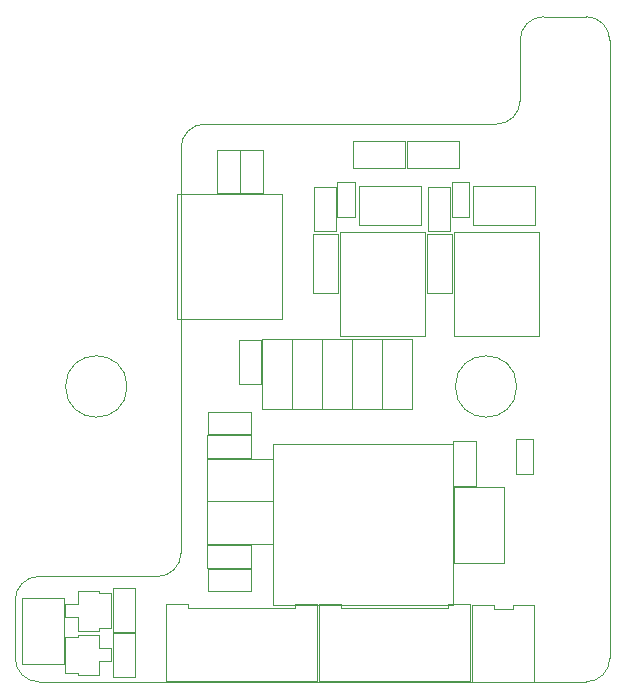
<source format=gbr>
G04 #@! TF.GenerationSoftware,KiCad,Pcbnew,9.0.3*
G04 #@! TF.CreationDate,2026-01-28T23:02:46+01:00*
G04 #@! TF.ProjectId,CM5IO_top,434d3549-4f5f-4746-9f70-2e6b69636164,rev?*
G04 #@! TF.SameCoordinates,Original*
G04 #@! TF.FileFunction,Other,User*
%FSLAX46Y46*%
G04 Gerber Fmt 4.6, Leading zero omitted, Abs format (unit mm)*
G04 Created by KiCad (PCBNEW 9.0.3) date 2026-01-28 23:02:46*
%MOMM*%
%LPD*%
G01*
G04 APERTURE LIST*
%ADD10C,0.050000*%
%ADD11C,0.100000*%
G04 #@! TA.AperFunction,Profile*
%ADD12C,0.050000*%
G04 #@! TD*
G04 APERTURE END LIST*
D10*
X178249400Y-105190200D02*
X169309400Y-105190200D01*
X169309400Y-115830200D01*
X178249400Y-115830200D01*
X178249400Y-105190200D01*
X192773400Y-129973200D02*
X192773400Y-136473200D01*
X192773400Y-136473200D02*
X196983400Y-136473200D01*
X196983400Y-129973200D02*
X192773400Y-129973200D01*
X196983400Y-136473200D02*
X196983400Y-129973200D01*
X163909500Y-138578500D02*
X165809500Y-138578500D01*
X163909500Y-142278500D02*
X163909500Y-138578500D01*
X165809500Y-138578500D02*
X165809500Y-142278500D01*
X165809500Y-142278500D02*
X163909500Y-142278500D01*
X163909500Y-142380300D02*
X165809500Y-142380300D01*
X163909500Y-146080300D02*
X163909500Y-142380300D01*
X165809500Y-142380300D02*
X165809500Y-146080300D01*
X165809500Y-146080300D02*
X163909500Y-146080300D01*
D11*
X177485400Y-126378200D02*
X192685400Y-126378200D01*
X177485400Y-140018200D02*
X177485400Y-126378200D01*
X192685400Y-126378200D02*
X192685400Y-140018200D01*
X192685400Y-140018200D02*
X177485400Y-140018200D01*
D10*
X181637400Y-123448200D02*
X181637400Y-117468200D01*
X181637400Y-123448200D02*
X184157400Y-123448200D01*
X184157400Y-117468200D02*
X181637400Y-117468200D01*
X184157400Y-117468200D02*
X184157400Y-123448200D01*
X180935400Y-104612200D02*
X182835400Y-104612200D01*
X180935400Y-108312200D02*
X180935400Y-104612200D01*
X182835400Y-104612200D02*
X182835400Y-108312200D01*
X182835400Y-108312200D02*
X180935400Y-108312200D01*
X192585400Y-104153400D02*
X194045400Y-104153400D01*
X192585400Y-107113400D02*
X192585400Y-104153400D01*
X194045400Y-104153400D02*
X194045400Y-107113400D01*
X194045400Y-107113400D02*
X192585400Y-107113400D01*
X159881500Y-142730300D02*
X160911500Y-142730300D01*
X159881500Y-145730300D02*
X159881500Y-142730300D01*
X160911500Y-142530300D02*
X162711500Y-142530300D01*
X160911500Y-142730300D02*
X160911500Y-142530300D01*
X160911500Y-145730300D02*
X159881500Y-145730300D01*
X160911500Y-145930300D02*
X160911500Y-145730300D01*
X162711500Y-142530300D02*
X162711500Y-143680300D01*
X162711500Y-143680300D02*
X163741500Y-143680300D01*
X162711500Y-144780300D02*
X162711500Y-145930300D01*
X162711500Y-145930300D02*
X160911500Y-145930300D01*
X163741500Y-143680300D02*
X163741500Y-144780300D01*
X163741500Y-144780300D02*
X162711500Y-144780300D01*
X172742600Y-101446600D02*
X174642600Y-101446600D01*
X172742600Y-105146600D02*
X172742600Y-101446600D01*
X174642600Y-101446600D02*
X174642600Y-105146600D01*
X174642600Y-105146600D02*
X172742600Y-105146600D01*
X194346400Y-140026200D02*
X194346400Y-146526200D01*
X194346400Y-146526200D02*
X196976400Y-146526200D01*
X196186400Y-140026200D02*
X194346400Y-140026200D01*
X196186400Y-140326200D02*
X196186400Y-140026200D01*
X196966400Y-140326200D02*
X197756400Y-140326200D01*
X196976400Y-140326200D02*
X196186400Y-140326200D01*
X197756400Y-140026200D02*
X199596400Y-140026200D01*
X197756400Y-140326200D02*
X197756400Y-140026200D01*
X199596400Y-140026200D02*
X199596400Y-146526200D01*
X199596400Y-146526200D02*
X196966400Y-146526200D01*
X171930900Y-123633200D02*
X175630900Y-123633200D01*
X171930900Y-125533200D02*
X171930900Y-123633200D01*
X175630900Y-123633200D02*
X175630900Y-125533200D01*
X175630900Y-125533200D02*
X171930900Y-125533200D01*
X159881500Y-139928500D02*
X160911500Y-139928500D01*
X159881500Y-141028500D02*
X159881500Y-139928500D01*
X160911500Y-138778500D02*
X162711500Y-138778500D01*
X160911500Y-139928500D02*
X160911500Y-138778500D01*
X160911500Y-141028500D02*
X159881500Y-141028500D01*
X160911500Y-142178500D02*
X160911500Y-141028500D01*
X162711500Y-138778500D02*
X162711500Y-138978500D01*
X162711500Y-138978500D02*
X163741500Y-138978500D01*
X162711500Y-141978500D02*
X162711500Y-142178500D01*
X162711500Y-142178500D02*
X160911500Y-142178500D01*
X163741500Y-138978500D02*
X163741500Y-141978500D01*
X163741500Y-141978500D02*
X162711500Y-141978500D01*
X184243400Y-100724200D02*
X188643400Y-100724200D01*
X184243400Y-103024200D02*
X184243400Y-100724200D01*
X188643400Y-103024200D02*
X184243400Y-103024200D01*
X188643400Y-103024200D02*
X188643400Y-100724200D01*
X180835400Y-108596200D02*
X182935400Y-108596200D01*
X180835400Y-113576200D02*
X180835400Y-108596200D01*
X182935400Y-108596200D02*
X182935400Y-113576200D01*
X182935400Y-113576200D02*
X180835400Y-113576200D01*
X171930900Y-136941400D02*
X175630900Y-136941400D01*
X171930900Y-138841400D02*
X171930900Y-136941400D01*
X175630900Y-136941400D02*
X175630900Y-138841400D01*
X175630900Y-138841400D02*
X171930900Y-138841400D01*
X168441400Y-139948200D02*
X168441400Y-146448200D01*
X168441400Y-146448200D02*
X174821400Y-146448200D01*
X170281400Y-139948200D02*
X168441400Y-139948200D01*
X170281400Y-140248200D02*
X170281400Y-139948200D01*
X174811400Y-140248200D02*
X179351400Y-140248200D01*
X174821400Y-140248200D02*
X170281400Y-140248200D01*
X179351400Y-139948200D02*
X181191400Y-139948200D01*
X179351400Y-140248200D02*
X179351400Y-139948200D01*
X181191400Y-139948200D02*
X181191400Y-146448200D01*
X181191400Y-146448200D02*
X174811400Y-146448200D01*
X192702400Y-126156200D02*
X194662400Y-126156200D01*
X192702400Y-129916200D02*
X192702400Y-126156200D01*
X194662400Y-126156200D02*
X194662400Y-129916200D01*
X194662400Y-129916200D02*
X192702400Y-129916200D01*
X198032400Y-125972100D02*
X199492400Y-125972100D01*
X198032400Y-128932100D02*
X198032400Y-125972100D01*
X199492400Y-125972100D02*
X199492400Y-128932100D01*
X199492400Y-128932100D02*
X198032400Y-128932100D01*
X184743900Y-104542200D02*
X190023900Y-104542200D01*
X184743900Y-107842200D02*
X184743900Y-104542200D01*
X190023900Y-104542200D02*
X190023900Y-107842200D01*
X190023900Y-107842200D02*
X184743900Y-107842200D01*
X194395900Y-104542200D02*
X199675900Y-104542200D01*
X194395900Y-107842200D02*
X194395900Y-104542200D01*
X199675900Y-104542200D02*
X199675900Y-107842200D01*
X199675900Y-107842200D02*
X194395900Y-107842200D01*
X171832400Y-131216000D02*
X177432400Y-131216000D01*
X171832400Y-134816000D02*
X171832400Y-131216000D01*
X177432400Y-131216000D02*
X177432400Y-134816000D01*
X177432400Y-134816000D02*
X171832400Y-134816000D01*
X183111400Y-108396200D02*
X183111400Y-117196200D01*
X183111400Y-117196200D02*
X190311400Y-117196200D01*
X190311400Y-108396200D02*
X183111400Y-108396200D01*
X190311400Y-117196200D02*
X190311400Y-108396200D01*
X184177400Y-123448200D02*
X184177400Y-117468200D01*
X184177400Y-123448200D02*
X186697400Y-123448200D01*
X186697400Y-117468200D02*
X184177400Y-117468200D01*
X186697400Y-117468200D02*
X186697400Y-123448200D01*
X174571400Y-117598200D02*
X176471400Y-117598200D01*
X174571400Y-121298200D02*
X174571400Y-117598200D01*
X176471400Y-117598200D02*
X176471400Y-121298200D01*
X176471400Y-121298200D02*
X174571400Y-121298200D01*
X186717400Y-123448200D02*
X186717400Y-117468200D01*
X186717400Y-123448200D02*
X189237400Y-123448200D01*
X189237400Y-117468200D02*
X186717400Y-117468200D01*
X189237400Y-117468200D02*
X189237400Y-123448200D01*
X171863400Y-125584400D02*
X175623400Y-125584400D01*
X171863400Y-127544400D02*
X171863400Y-125584400D01*
X175623400Y-125584400D02*
X175623400Y-127544400D01*
X175623400Y-127544400D02*
X171863400Y-127544400D01*
X188815400Y-100724200D02*
X188815400Y-103024200D01*
X188815400Y-100724200D02*
X193215400Y-100724200D01*
X193215400Y-100724200D02*
X193215400Y-103024200D01*
X193215400Y-103024200D02*
X188815400Y-103024200D01*
X171832400Y-127609200D02*
X177432400Y-127609200D01*
X171832400Y-131209200D02*
X171832400Y-127609200D01*
X177432400Y-127609200D02*
X177432400Y-131209200D01*
X177432400Y-131209200D02*
X171832400Y-131209200D01*
X190487400Y-108596200D02*
X192587400Y-108596200D01*
X190487400Y-113576200D02*
X190487400Y-108596200D01*
X192587400Y-108596200D02*
X192587400Y-113576200D01*
X192587400Y-113576200D02*
X190487400Y-113576200D01*
X174673000Y-101446600D02*
X176573000Y-101446600D01*
X174673000Y-105146600D02*
X174673000Y-101446600D01*
X176573000Y-101446600D02*
X176573000Y-105146600D01*
X176573000Y-105146600D02*
X174673000Y-105146600D01*
X192763400Y-108396200D02*
X192763400Y-117196200D01*
X192763400Y-117196200D02*
X199963400Y-117196200D01*
X199963400Y-108396200D02*
X192763400Y-108396200D01*
X199963400Y-117196200D02*
X199963400Y-108396200D01*
X182919400Y-104153400D02*
X184379400Y-104153400D01*
X182919400Y-107113400D02*
X182919400Y-104153400D01*
X184379400Y-104153400D02*
X184379400Y-107113400D01*
X184379400Y-107113400D02*
X182919400Y-107113400D01*
X176557400Y-123448200D02*
X176557400Y-117468200D01*
X176557400Y-123448200D02*
X179077400Y-123448200D01*
X179077400Y-117468200D02*
X176557400Y-117468200D01*
X179077400Y-117468200D02*
X179077400Y-123448200D01*
X190587400Y-104596200D02*
X192487400Y-104596200D01*
X190587400Y-108296200D02*
X190587400Y-104596200D01*
X192487400Y-104596200D02*
X192487400Y-108296200D01*
X192487400Y-108296200D02*
X190587400Y-108296200D01*
X165100000Y-121500000D02*
G75*
G02*
X159900000Y-121500000I-2600000J0D01*
G01*
X159900000Y-121500000D02*
G75*
G02*
X165100000Y-121500000I2600000J0D01*
G01*
X156176100Y-139380300D02*
X159776100Y-139380300D01*
X156176100Y-144980300D02*
X156176100Y-139380300D01*
X159776100Y-139380300D02*
X159776100Y-144980300D01*
X159776100Y-144980300D02*
X156176100Y-144980300D01*
X198100000Y-121500000D02*
G75*
G02*
X192900000Y-121500000I-2600000J0D01*
G01*
X192900000Y-121500000D02*
G75*
G02*
X198100000Y-121500000I2600000J0D01*
G01*
X179097400Y-123448200D02*
X179097400Y-117468200D01*
X179097400Y-123448200D02*
X181617400Y-123448200D01*
X181617400Y-117468200D02*
X179097400Y-117468200D01*
X181617400Y-117468200D02*
X181617400Y-123448200D01*
X181395400Y-139948200D02*
X181395400Y-146448200D01*
X181395400Y-146448200D02*
X187775400Y-146448200D01*
X183235400Y-139948200D02*
X181395400Y-139948200D01*
X183235400Y-140248200D02*
X183235400Y-139948200D01*
X187765400Y-140248200D02*
X192305400Y-140248200D01*
X187775400Y-140248200D02*
X183235400Y-140248200D01*
X192305400Y-139948200D02*
X194145400Y-139948200D01*
X192305400Y-140248200D02*
X192305400Y-139948200D01*
X194145400Y-139948200D02*
X194145400Y-146448200D01*
X194145400Y-146448200D02*
X187765400Y-146448200D01*
X171863400Y-134930200D02*
X175623400Y-134930200D01*
X171863400Y-136890200D02*
X171863400Y-134930200D01*
X175623400Y-134930200D02*
X175623400Y-136890200D01*
X175623400Y-136890200D02*
X171863400Y-136890200D01*
D12*
X205975958Y-144508558D02*
G75*
G02*
X203975958Y-146508658I-2000058J-42D01*
G01*
X198381400Y-92190200D02*
G75*
G02*
X200381400Y-90190200I2000000J0D01*
G01*
X205974864Y-92190158D02*
X205975958Y-144508558D01*
X169679400Y-101290400D02*
G75*
G02*
X171679400Y-99290400I2000000J0D01*
G01*
X155633209Y-144508599D02*
X155633210Y-139588499D01*
X169679400Y-135588500D02*
X169679400Y-101290400D01*
X171679400Y-99290400D02*
X196381400Y-99290400D01*
X157633210Y-137588500D02*
X167679400Y-137588500D01*
X200381400Y-90190200D02*
X203974864Y-90190200D01*
X155633210Y-139588499D02*
G75*
G02*
X157633210Y-137588510I1999990J-1D01*
G01*
X198381400Y-97290400D02*
G75*
G02*
X196381400Y-99290400I-2000000J0D01*
G01*
X169679400Y-135588500D02*
G75*
G02*
X167679400Y-137588500I-2000000J0D01*
G01*
X157633209Y-146508600D02*
G75*
G02*
X155633200Y-144508599I-9J2000000D01*
G01*
X198381400Y-97290400D02*
X198381400Y-92190200D01*
X203975958Y-146508600D02*
X157633209Y-146508600D01*
X203974864Y-90190200D02*
G75*
G02*
X205974900Y-92190158I36J-2000000D01*
G01*
M02*

</source>
